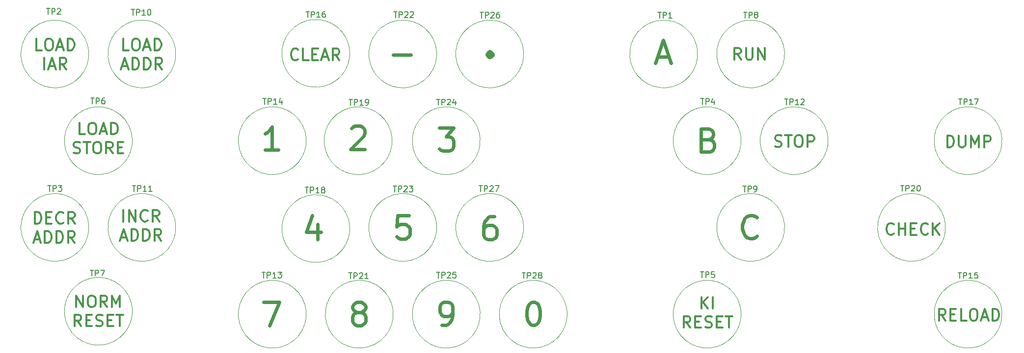
<source format=gbr>
G04 #@! TF.GenerationSoftware,KiCad,Pcbnew,5.1.5+dfsg1-2build2*
G04 #@! TF.CreationDate,2024-05-29T18:28:51+01:00*
G04 #@! TF.ProjectId,qt_touch1,71745f74-6f75-4636-9831-2e6b69636164,rev?*
G04 #@! TF.SameCoordinates,Original*
G04 #@! TF.FileFunction,Legend,Top*
G04 #@! TF.FilePolarity,Positive*
%FSLAX46Y46*%
G04 Gerber Fmt 4.6, Leading zero omitted, Abs format (unit mm)*
G04 Created by KiCad (PCBNEW 5.1.5+dfsg1-2build2) date 2024-05-29 18:28:51*
%MOMM*%
%LPD*%
G04 APERTURE LIST*
%ADD10C,0.300000*%
%ADD11C,0.600000*%
%ADD12C,1.000000*%
%ADD13C,0.120000*%
%ADD14C,0.150000*%
G04 APERTURE END LIST*
D10*
X212500000Y-108779761D02*
X211833333Y-107827380D01*
X211357142Y-108779761D02*
X211357142Y-106779761D01*
X212119047Y-106779761D01*
X212309523Y-106875000D01*
X212404761Y-106970238D01*
X212500000Y-107160714D01*
X212500000Y-107446428D01*
X212404761Y-107636904D01*
X212309523Y-107732142D01*
X212119047Y-107827380D01*
X211357142Y-107827380D01*
X213357142Y-107732142D02*
X214023809Y-107732142D01*
X214309523Y-108779761D02*
X213357142Y-108779761D01*
X213357142Y-106779761D01*
X214309523Y-106779761D01*
X216119047Y-108779761D02*
X215166666Y-108779761D01*
X215166666Y-106779761D01*
X217166666Y-106779761D02*
X217547619Y-106779761D01*
X217738095Y-106875000D01*
X217928571Y-107065476D01*
X218023809Y-107446428D01*
X218023809Y-108113095D01*
X217928571Y-108494047D01*
X217738095Y-108684523D01*
X217547619Y-108779761D01*
X217166666Y-108779761D01*
X216976190Y-108684523D01*
X216785714Y-108494047D01*
X216690476Y-108113095D01*
X216690476Y-107446428D01*
X216785714Y-107065476D01*
X216976190Y-106875000D01*
X217166666Y-106779761D01*
X218785714Y-108208333D02*
X219738095Y-108208333D01*
X218595238Y-108779761D02*
X219261904Y-106779761D01*
X219928571Y-108779761D01*
X220595238Y-108779761D02*
X220595238Y-106779761D01*
X221071428Y-106779761D01*
X221357142Y-106875000D01*
X221547619Y-107065476D01*
X221642857Y-107255952D01*
X221738095Y-107636904D01*
X221738095Y-107922619D01*
X221642857Y-108303571D01*
X221547619Y-108494047D01*
X221357142Y-108684523D01*
X221071428Y-108779761D01*
X220595238Y-108779761D01*
X170394000Y-106710361D02*
X170394000Y-104710361D01*
X171536857Y-106710361D02*
X170679714Y-105567504D01*
X171536857Y-104710361D02*
X170394000Y-105853219D01*
X172394000Y-106710361D02*
X172394000Y-104710361D01*
X168489238Y-110010361D02*
X167822571Y-109057980D01*
X167346380Y-110010361D02*
X167346380Y-108010361D01*
X168108285Y-108010361D01*
X168298761Y-108105600D01*
X168394000Y-108200838D01*
X168489238Y-108391314D01*
X168489238Y-108677028D01*
X168394000Y-108867504D01*
X168298761Y-108962742D01*
X168108285Y-109057980D01*
X167346380Y-109057980D01*
X169346380Y-108962742D02*
X170013047Y-108962742D01*
X170298761Y-110010361D02*
X169346380Y-110010361D01*
X169346380Y-108010361D01*
X170298761Y-108010361D01*
X171060666Y-109915123D02*
X171346380Y-110010361D01*
X171822571Y-110010361D01*
X172013047Y-109915123D01*
X172108285Y-109819885D01*
X172203523Y-109629409D01*
X172203523Y-109438933D01*
X172108285Y-109248457D01*
X172013047Y-109153219D01*
X171822571Y-109057980D01*
X171441619Y-108962742D01*
X171251142Y-108867504D01*
X171155904Y-108772266D01*
X171060666Y-108581790D01*
X171060666Y-108391314D01*
X171155904Y-108200838D01*
X171251142Y-108105600D01*
X171441619Y-108010361D01*
X171917809Y-108010361D01*
X172203523Y-108105600D01*
X173060666Y-108962742D02*
X173727333Y-108962742D01*
X174013047Y-110010361D02*
X173060666Y-110010361D01*
X173060666Y-108010361D01*
X174013047Y-108010361D01*
X174584476Y-108010361D02*
X175727333Y-108010361D01*
X175155904Y-110010361D02*
X175155904Y-108010361D01*
D11*
X179947295Y-94202971D02*
X179756819Y-94393447D01*
X179185390Y-94583923D01*
X178804438Y-94583923D01*
X178233009Y-94393447D01*
X177852057Y-94012495D01*
X177661580Y-93631542D01*
X177471104Y-92869638D01*
X177471104Y-92298209D01*
X177661580Y-91536304D01*
X177852057Y-91155352D01*
X178233009Y-90774400D01*
X178804438Y-90583923D01*
X179185390Y-90583923D01*
X179756819Y-90774400D01*
X179947295Y-90964876D01*
D10*
X183100647Y-78648723D02*
X183386361Y-78743961D01*
X183862552Y-78743961D01*
X184053028Y-78648723D01*
X184148266Y-78553485D01*
X184243504Y-78363009D01*
X184243504Y-78172533D01*
X184148266Y-77982057D01*
X184053028Y-77886819D01*
X183862552Y-77791580D01*
X183481600Y-77696342D01*
X183291123Y-77601104D01*
X183195885Y-77505866D01*
X183100647Y-77315390D01*
X183100647Y-77124914D01*
X183195885Y-76934438D01*
X183291123Y-76839200D01*
X183481600Y-76743961D01*
X183957790Y-76743961D01*
X184243504Y-76839200D01*
X184814933Y-76743961D02*
X185957790Y-76743961D01*
X185386361Y-78743961D02*
X185386361Y-76743961D01*
X187005409Y-76743961D02*
X187386361Y-76743961D01*
X187576838Y-76839200D01*
X187767314Y-77029676D01*
X187862552Y-77410628D01*
X187862552Y-78077295D01*
X187767314Y-78458247D01*
X187576838Y-78648723D01*
X187386361Y-78743961D01*
X187005409Y-78743961D01*
X186814933Y-78648723D01*
X186624457Y-78458247D01*
X186529219Y-78077295D01*
X186529219Y-77410628D01*
X186624457Y-77029676D01*
X186814933Y-76839200D01*
X187005409Y-76743961D01*
X188719695Y-78743961D02*
X188719695Y-76743961D01*
X189481600Y-76743961D01*
X189672076Y-76839200D01*
X189767314Y-76934438D01*
X189862552Y-77124914D01*
X189862552Y-77410628D01*
X189767314Y-77601104D01*
X189672076Y-77696342D01*
X189481600Y-77791580D01*
X188719695Y-77791580D01*
D11*
X171679714Y-77502685D02*
X172251142Y-77693161D01*
X172441619Y-77883638D01*
X172632095Y-78264590D01*
X172632095Y-78836019D01*
X172441619Y-79216971D01*
X172251142Y-79407447D01*
X171870190Y-79597923D01*
X170346380Y-79597923D01*
X170346380Y-75597923D01*
X171679714Y-75597923D01*
X172060666Y-75788400D01*
X172251142Y-75978876D01*
X172441619Y-76359828D01*
X172441619Y-76740780D01*
X172251142Y-77121733D01*
X172060666Y-77312209D01*
X171679714Y-77502685D01*
X170346380Y-77502685D01*
X162872419Y-63164266D02*
X164777180Y-63164266D01*
X162491466Y-64307123D02*
X163824800Y-60307123D01*
X165158133Y-64307123D01*
D10*
X177233009Y-63656361D02*
X176566342Y-62703980D01*
X176090152Y-63656361D02*
X176090152Y-61656361D01*
X176852057Y-61656361D01*
X177042533Y-61751600D01*
X177137771Y-61846838D01*
X177233009Y-62037314D01*
X177233009Y-62323028D01*
X177137771Y-62513504D01*
X177042533Y-62608742D01*
X176852057Y-62703980D01*
X176090152Y-62703980D01*
X178090152Y-61656361D02*
X178090152Y-63275409D01*
X178185390Y-63465885D01*
X178280628Y-63561123D01*
X178471104Y-63656361D01*
X178852057Y-63656361D01*
X179042533Y-63561123D01*
X179137771Y-63465885D01*
X179233009Y-63275409D01*
X179233009Y-61656361D01*
X180185390Y-63656361D02*
X180185390Y-61656361D01*
X181328247Y-63656361D01*
X181328247Y-61656361D01*
X212790114Y-78794761D02*
X212790114Y-76794761D01*
X213266304Y-76794761D01*
X213552019Y-76890000D01*
X213742495Y-77080476D01*
X213837733Y-77270952D01*
X213932971Y-77651904D01*
X213932971Y-77937619D01*
X213837733Y-78318571D01*
X213742495Y-78509047D01*
X213552019Y-78699523D01*
X213266304Y-78794761D01*
X212790114Y-78794761D01*
X214790114Y-76794761D02*
X214790114Y-78413809D01*
X214885352Y-78604285D01*
X214980590Y-78699523D01*
X215171066Y-78794761D01*
X215552019Y-78794761D01*
X215742495Y-78699523D01*
X215837733Y-78604285D01*
X215932971Y-78413809D01*
X215932971Y-76794761D01*
X216885352Y-78794761D02*
X216885352Y-76794761D01*
X217552019Y-78223333D01*
X218218685Y-76794761D01*
X218218685Y-78794761D01*
X219171066Y-78794761D02*
X219171066Y-76794761D01*
X219932971Y-76794761D01*
X220123447Y-76890000D01*
X220218685Y-76985238D01*
X220313923Y-77175714D01*
X220313923Y-77461428D01*
X220218685Y-77651904D01*
X220123447Y-77747142D01*
X219932971Y-77842380D01*
X219171066Y-77842380D01*
X203566666Y-93764285D02*
X203471428Y-93859523D01*
X203185714Y-93954761D01*
X202995238Y-93954761D01*
X202709523Y-93859523D01*
X202519047Y-93669047D01*
X202423809Y-93478571D01*
X202328571Y-93097619D01*
X202328571Y-92811904D01*
X202423809Y-92430952D01*
X202519047Y-92240476D01*
X202709523Y-92050000D01*
X202995238Y-91954761D01*
X203185714Y-91954761D01*
X203471428Y-92050000D01*
X203566666Y-92145238D01*
X204423809Y-93954761D02*
X204423809Y-91954761D01*
X204423809Y-92907142D02*
X205566666Y-92907142D01*
X205566666Y-93954761D02*
X205566666Y-91954761D01*
X206519047Y-92907142D02*
X207185714Y-92907142D01*
X207471428Y-93954761D02*
X206519047Y-93954761D01*
X206519047Y-91954761D01*
X207471428Y-91954761D01*
X209471428Y-93764285D02*
X209376190Y-93859523D01*
X209090476Y-93954761D01*
X208900000Y-93954761D01*
X208614285Y-93859523D01*
X208423809Y-93669047D01*
X208328571Y-93478571D01*
X208233333Y-93097619D01*
X208233333Y-92811904D01*
X208328571Y-92430952D01*
X208423809Y-92240476D01*
X208614285Y-92050000D01*
X208900000Y-91954761D01*
X209090476Y-91954761D01*
X209376190Y-92050000D01*
X209471428Y-92145238D01*
X210328571Y-93954761D02*
X210328571Y-91954761D01*
X211471428Y-93954761D02*
X210614285Y-92811904D01*
X211471428Y-91954761D02*
X210328571Y-93097619D01*
D11*
X104185504Y-92120457D02*
X104185504Y-94787123D01*
X103233123Y-90596647D02*
X102280742Y-93453790D01*
X104756933Y-93453790D01*
X119920780Y-90634723D02*
X118016019Y-90634723D01*
X117825542Y-92539485D01*
X118016019Y-92349009D01*
X118396971Y-92158533D01*
X119349352Y-92158533D01*
X119730304Y-92349009D01*
X119920780Y-92539485D01*
X120111257Y-92920438D01*
X120111257Y-93872819D01*
X119920780Y-94253771D01*
X119730304Y-94444247D01*
X119349352Y-94634723D01*
X118396971Y-94634723D01*
X118016019Y-94444247D01*
X117825542Y-94253771D01*
X134716304Y-90787123D02*
X133954400Y-90787123D01*
X133573447Y-90977600D01*
X133382971Y-91168076D01*
X133002019Y-91739504D01*
X132811542Y-92501409D01*
X132811542Y-94025219D01*
X133002019Y-94406171D01*
X133192495Y-94596647D01*
X133573447Y-94787123D01*
X134335352Y-94787123D01*
X134716304Y-94596647D01*
X134906780Y-94406171D01*
X135097257Y-94025219D01*
X135097257Y-93072838D01*
X134906780Y-92691885D01*
X134716304Y-92501409D01*
X134335352Y-92310933D01*
X133573447Y-92310933D01*
X133192495Y-92501409D01*
X133002019Y-92691885D01*
X132811542Y-93072838D01*
X141231523Y-105569923D02*
X141612476Y-105569923D01*
X141993428Y-105760400D01*
X142183904Y-105950876D01*
X142374380Y-106331828D01*
X142564857Y-107093733D01*
X142564857Y-108046114D01*
X142374380Y-108808019D01*
X142183904Y-109188971D01*
X141993428Y-109379447D01*
X141612476Y-109569923D01*
X141231523Y-109569923D01*
X140850571Y-109379447D01*
X140660095Y-109188971D01*
X140469619Y-108808019D01*
X140279142Y-108046114D01*
X140279142Y-107093733D01*
X140469619Y-106331828D01*
X140660095Y-105950876D01*
X140850571Y-105760400D01*
X141231523Y-105569923D01*
X125623295Y-109569923D02*
X126385200Y-109569923D01*
X126766152Y-109379447D01*
X126956628Y-109188971D01*
X127337580Y-108617542D01*
X127528057Y-107855638D01*
X127528057Y-106331828D01*
X127337580Y-105950876D01*
X127147104Y-105760400D01*
X126766152Y-105569923D01*
X126004247Y-105569923D01*
X125623295Y-105760400D01*
X125432819Y-105950876D01*
X125242342Y-106331828D01*
X125242342Y-107284209D01*
X125432819Y-107665161D01*
X125623295Y-107855638D01*
X126004247Y-108046114D01*
X126766152Y-108046114D01*
X127147104Y-107855638D01*
X127337580Y-107665161D01*
X127528057Y-107284209D01*
X110967447Y-107335009D02*
X110586495Y-107144533D01*
X110396019Y-106954057D01*
X110205542Y-106573104D01*
X110205542Y-106382628D01*
X110396019Y-106001676D01*
X110586495Y-105811200D01*
X110967447Y-105620723D01*
X111729352Y-105620723D01*
X112110304Y-105811200D01*
X112300780Y-106001676D01*
X112491257Y-106382628D01*
X112491257Y-106573104D01*
X112300780Y-106954057D01*
X112110304Y-107144533D01*
X111729352Y-107335009D01*
X110967447Y-107335009D01*
X110586495Y-107525485D01*
X110396019Y-107715961D01*
X110205542Y-108096914D01*
X110205542Y-108858819D01*
X110396019Y-109239771D01*
X110586495Y-109430247D01*
X110967447Y-109620723D01*
X111729352Y-109620723D01*
X112110304Y-109430247D01*
X112300780Y-109239771D01*
X112491257Y-108858819D01*
X112491257Y-108096914D01*
X112300780Y-107715961D01*
X112110304Y-107525485D01*
X111729352Y-107335009D01*
X94927466Y-105620723D02*
X97594133Y-105620723D01*
X95879847Y-109620723D01*
X97454457Y-79293123D02*
X95168742Y-79293123D01*
X96311600Y-79293123D02*
X96311600Y-75293123D01*
X95930647Y-75864552D01*
X95549695Y-76245504D01*
X95168742Y-76435980D01*
X110053142Y-75521676D02*
X110243619Y-75331200D01*
X110624571Y-75140723D01*
X111576952Y-75140723D01*
X111957904Y-75331200D01*
X112148380Y-75521676D01*
X112338857Y-75902628D01*
X112338857Y-76283580D01*
X112148380Y-76855009D01*
X109862666Y-79140723D01*
X112338857Y-79140723D01*
X125204266Y-75445523D02*
X127680457Y-75445523D01*
X126347123Y-76969333D01*
X126918552Y-76969333D01*
X127299504Y-77159809D01*
X127489980Y-77350285D01*
X127680457Y-77731238D01*
X127680457Y-78683619D01*
X127489980Y-79064571D01*
X127299504Y-79255047D01*
X126918552Y-79445523D01*
X125775695Y-79445523D01*
X125394742Y-79255047D01*
X125204266Y-79064571D01*
D10*
X70708780Y-91673561D02*
X70708780Y-89673561D01*
X71661161Y-91673561D02*
X71661161Y-89673561D01*
X72804019Y-91673561D01*
X72804019Y-89673561D01*
X74899257Y-91483085D02*
X74804019Y-91578323D01*
X74518304Y-91673561D01*
X74327828Y-91673561D01*
X74042114Y-91578323D01*
X73851638Y-91387847D01*
X73756400Y-91197371D01*
X73661161Y-90816419D01*
X73661161Y-90530704D01*
X73756400Y-90149752D01*
X73851638Y-89959276D01*
X74042114Y-89768800D01*
X74327828Y-89673561D01*
X74518304Y-89673561D01*
X74804019Y-89768800D01*
X74899257Y-89864038D01*
X76899257Y-91673561D02*
X76232590Y-90721180D01*
X75756400Y-91673561D02*
X75756400Y-89673561D01*
X76518304Y-89673561D01*
X76708780Y-89768800D01*
X76804019Y-89864038D01*
X76899257Y-90054514D01*
X76899257Y-90340228D01*
X76804019Y-90530704D01*
X76708780Y-90625942D01*
X76518304Y-90721180D01*
X75756400Y-90721180D01*
X70280209Y-94402133D02*
X71232590Y-94402133D01*
X70089733Y-94973561D02*
X70756400Y-92973561D01*
X71423066Y-94973561D01*
X72089733Y-94973561D02*
X72089733Y-92973561D01*
X72565923Y-92973561D01*
X72851638Y-93068800D01*
X73042114Y-93259276D01*
X73137352Y-93449752D01*
X73232590Y-93830704D01*
X73232590Y-94116419D01*
X73137352Y-94497371D01*
X73042114Y-94687847D01*
X72851638Y-94878323D01*
X72565923Y-94973561D01*
X72089733Y-94973561D01*
X74089733Y-94973561D02*
X74089733Y-92973561D01*
X74565923Y-92973561D01*
X74851638Y-93068800D01*
X75042114Y-93259276D01*
X75137352Y-93449752D01*
X75232590Y-93830704D01*
X75232590Y-94116419D01*
X75137352Y-94497371D01*
X75042114Y-94687847D01*
X74851638Y-94878323D01*
X74565923Y-94973561D01*
X74089733Y-94973561D01*
X77232590Y-94973561D02*
X76565923Y-94021180D01*
X76089733Y-94973561D02*
X76089733Y-92973561D01*
X76851638Y-92973561D01*
X77042114Y-93068800D01*
X77137352Y-93164038D01*
X77232590Y-93354514D01*
X77232590Y-93640228D01*
X77137352Y-93830704D01*
X77042114Y-93925942D01*
X76851638Y-94021180D01*
X76089733Y-94021180D01*
X55392628Y-92029161D02*
X55392628Y-90029161D01*
X55868819Y-90029161D01*
X56154533Y-90124400D01*
X56345009Y-90314876D01*
X56440247Y-90505352D01*
X56535485Y-90886304D01*
X56535485Y-91172019D01*
X56440247Y-91552971D01*
X56345009Y-91743447D01*
X56154533Y-91933923D01*
X55868819Y-92029161D01*
X55392628Y-92029161D01*
X57392628Y-90981542D02*
X58059295Y-90981542D01*
X58345009Y-92029161D02*
X57392628Y-92029161D01*
X57392628Y-90029161D01*
X58345009Y-90029161D01*
X60345009Y-91838685D02*
X60249771Y-91933923D01*
X59964057Y-92029161D01*
X59773580Y-92029161D01*
X59487866Y-91933923D01*
X59297390Y-91743447D01*
X59202152Y-91552971D01*
X59106914Y-91172019D01*
X59106914Y-90886304D01*
X59202152Y-90505352D01*
X59297390Y-90314876D01*
X59487866Y-90124400D01*
X59773580Y-90029161D01*
X59964057Y-90029161D01*
X60249771Y-90124400D01*
X60345009Y-90219638D01*
X62345009Y-92029161D02*
X61678342Y-91076780D01*
X61202152Y-92029161D02*
X61202152Y-90029161D01*
X61964057Y-90029161D01*
X62154533Y-90124400D01*
X62249771Y-90219638D01*
X62345009Y-90410114D01*
X62345009Y-90695828D01*
X62249771Y-90886304D01*
X62154533Y-90981542D01*
X61964057Y-91076780D01*
X61202152Y-91076780D01*
X55345009Y-94757733D02*
X56297390Y-94757733D01*
X55154533Y-95329161D02*
X55821200Y-93329161D01*
X56487866Y-95329161D01*
X57154533Y-95329161D02*
X57154533Y-93329161D01*
X57630723Y-93329161D01*
X57916438Y-93424400D01*
X58106914Y-93614876D01*
X58202152Y-93805352D01*
X58297390Y-94186304D01*
X58297390Y-94472019D01*
X58202152Y-94852971D01*
X58106914Y-95043447D01*
X57916438Y-95233923D01*
X57630723Y-95329161D01*
X57154533Y-95329161D01*
X59154533Y-95329161D02*
X59154533Y-93329161D01*
X59630723Y-93329161D01*
X59916438Y-93424400D01*
X60106914Y-93614876D01*
X60202152Y-93805352D01*
X60297390Y-94186304D01*
X60297390Y-94472019D01*
X60202152Y-94852971D01*
X60106914Y-95043447D01*
X59916438Y-95233923D01*
X59630723Y-95329161D01*
X59154533Y-95329161D01*
X62297390Y-95329161D02*
X61630723Y-94376780D01*
X61154533Y-95329161D02*
X61154533Y-93329161D01*
X61916438Y-93329161D01*
X62106914Y-93424400D01*
X62202152Y-93519638D01*
X62297390Y-93710114D01*
X62297390Y-93995828D01*
X62202152Y-94186304D01*
X62106914Y-94281542D01*
X61916438Y-94376780D01*
X61154533Y-94376780D01*
X64104685Y-76585961D02*
X63152304Y-76585961D01*
X63152304Y-74585961D01*
X65152304Y-74585961D02*
X65533257Y-74585961D01*
X65723733Y-74681200D01*
X65914209Y-74871676D01*
X66009447Y-75252628D01*
X66009447Y-75919295D01*
X65914209Y-76300247D01*
X65723733Y-76490723D01*
X65533257Y-76585961D01*
X65152304Y-76585961D01*
X64961828Y-76490723D01*
X64771352Y-76300247D01*
X64676114Y-75919295D01*
X64676114Y-75252628D01*
X64771352Y-74871676D01*
X64961828Y-74681200D01*
X65152304Y-74585961D01*
X66771352Y-76014533D02*
X67723733Y-76014533D01*
X66580876Y-76585961D02*
X67247542Y-74585961D01*
X67914209Y-76585961D01*
X68580876Y-76585961D02*
X68580876Y-74585961D01*
X69057066Y-74585961D01*
X69342780Y-74681200D01*
X69533257Y-74871676D01*
X69628495Y-75062152D01*
X69723733Y-75443104D01*
X69723733Y-75728819D01*
X69628495Y-76109771D01*
X69533257Y-76300247D01*
X69342780Y-76490723D01*
X69057066Y-76585961D01*
X68580876Y-76585961D01*
X62104685Y-79790723D02*
X62390400Y-79885961D01*
X62866590Y-79885961D01*
X63057066Y-79790723D01*
X63152304Y-79695485D01*
X63247542Y-79505009D01*
X63247542Y-79314533D01*
X63152304Y-79124057D01*
X63057066Y-79028819D01*
X62866590Y-78933580D01*
X62485638Y-78838342D01*
X62295161Y-78743104D01*
X62199923Y-78647866D01*
X62104685Y-78457390D01*
X62104685Y-78266914D01*
X62199923Y-78076438D01*
X62295161Y-77981200D01*
X62485638Y-77885961D01*
X62961828Y-77885961D01*
X63247542Y-77981200D01*
X63818971Y-77885961D02*
X64961828Y-77885961D01*
X64390400Y-79885961D02*
X64390400Y-77885961D01*
X66009447Y-77885961D02*
X66390400Y-77885961D01*
X66580876Y-77981200D01*
X66771352Y-78171676D01*
X66866590Y-78552628D01*
X66866590Y-79219295D01*
X66771352Y-79600247D01*
X66580876Y-79790723D01*
X66390400Y-79885961D01*
X66009447Y-79885961D01*
X65818971Y-79790723D01*
X65628495Y-79600247D01*
X65533257Y-79219295D01*
X65533257Y-78552628D01*
X65628495Y-78171676D01*
X65818971Y-77981200D01*
X66009447Y-77885961D01*
X68866590Y-79885961D02*
X68199923Y-78933580D01*
X67723733Y-79885961D02*
X67723733Y-77885961D01*
X68485638Y-77885961D01*
X68676114Y-77981200D01*
X68771352Y-78076438D01*
X68866590Y-78266914D01*
X68866590Y-78552628D01*
X68771352Y-78743104D01*
X68676114Y-78838342D01*
X68485638Y-78933580D01*
X67723733Y-78933580D01*
X69723733Y-78838342D02*
X70390400Y-78838342D01*
X70676114Y-79885961D02*
X69723733Y-79885961D01*
X69723733Y-77885961D01*
X70676114Y-77885961D01*
X62577695Y-106456361D02*
X62577695Y-104456361D01*
X63720552Y-106456361D01*
X63720552Y-104456361D01*
X65053885Y-104456361D02*
X65434838Y-104456361D01*
X65625314Y-104551600D01*
X65815790Y-104742076D01*
X65911028Y-105123028D01*
X65911028Y-105789695D01*
X65815790Y-106170647D01*
X65625314Y-106361123D01*
X65434838Y-106456361D01*
X65053885Y-106456361D01*
X64863409Y-106361123D01*
X64672933Y-106170647D01*
X64577695Y-105789695D01*
X64577695Y-105123028D01*
X64672933Y-104742076D01*
X64863409Y-104551600D01*
X65053885Y-104456361D01*
X67911028Y-106456361D02*
X67244361Y-105503980D01*
X66768171Y-106456361D02*
X66768171Y-104456361D01*
X67530076Y-104456361D01*
X67720552Y-104551600D01*
X67815790Y-104646838D01*
X67911028Y-104837314D01*
X67911028Y-105123028D01*
X67815790Y-105313504D01*
X67720552Y-105408742D01*
X67530076Y-105503980D01*
X66768171Y-105503980D01*
X68768171Y-106456361D02*
X68768171Y-104456361D01*
X69434838Y-105884933D01*
X70101504Y-104456361D01*
X70101504Y-106456361D01*
X63434838Y-109756361D02*
X62768171Y-108803980D01*
X62291980Y-109756361D02*
X62291980Y-107756361D01*
X63053885Y-107756361D01*
X63244361Y-107851600D01*
X63339600Y-107946838D01*
X63434838Y-108137314D01*
X63434838Y-108423028D01*
X63339600Y-108613504D01*
X63244361Y-108708742D01*
X63053885Y-108803980D01*
X62291980Y-108803980D01*
X64291980Y-108708742D02*
X64958647Y-108708742D01*
X65244361Y-109756361D02*
X64291980Y-109756361D01*
X64291980Y-107756361D01*
X65244361Y-107756361D01*
X66006266Y-109661123D02*
X66291980Y-109756361D01*
X66768171Y-109756361D01*
X66958647Y-109661123D01*
X67053885Y-109565885D01*
X67149123Y-109375409D01*
X67149123Y-109184933D01*
X67053885Y-108994457D01*
X66958647Y-108899219D01*
X66768171Y-108803980D01*
X66387219Y-108708742D01*
X66196742Y-108613504D01*
X66101504Y-108518266D01*
X66006266Y-108327790D01*
X66006266Y-108137314D01*
X66101504Y-107946838D01*
X66196742Y-107851600D01*
X66387219Y-107756361D01*
X66863409Y-107756361D01*
X67149123Y-107851600D01*
X68006266Y-108708742D02*
X68672933Y-108708742D01*
X68958647Y-109756361D02*
X68006266Y-109756361D01*
X68006266Y-107756361D01*
X68958647Y-107756361D01*
X69530076Y-107756361D02*
X70672933Y-107756361D01*
X70101504Y-109756361D02*
X70101504Y-107756361D01*
X71623085Y-62057161D02*
X70670704Y-62057161D01*
X70670704Y-60057161D01*
X72670704Y-60057161D02*
X73051657Y-60057161D01*
X73242133Y-60152400D01*
X73432609Y-60342876D01*
X73527847Y-60723828D01*
X73527847Y-61390495D01*
X73432609Y-61771447D01*
X73242133Y-61961923D01*
X73051657Y-62057161D01*
X72670704Y-62057161D01*
X72480228Y-61961923D01*
X72289752Y-61771447D01*
X72194514Y-61390495D01*
X72194514Y-60723828D01*
X72289752Y-60342876D01*
X72480228Y-60152400D01*
X72670704Y-60057161D01*
X74289752Y-61485733D02*
X75242133Y-61485733D01*
X74099276Y-62057161D02*
X74765942Y-60057161D01*
X75432609Y-62057161D01*
X76099276Y-62057161D02*
X76099276Y-60057161D01*
X76575466Y-60057161D01*
X76861180Y-60152400D01*
X77051657Y-60342876D01*
X77146895Y-60533352D01*
X77242133Y-60914304D01*
X77242133Y-61200019D01*
X77146895Y-61580971D01*
X77051657Y-61771447D01*
X76861180Y-61961923D01*
X76575466Y-62057161D01*
X76099276Y-62057161D01*
X70432609Y-64785733D02*
X71384990Y-64785733D01*
X70242133Y-65357161D02*
X70908800Y-63357161D01*
X71575466Y-65357161D01*
X72242133Y-65357161D02*
X72242133Y-63357161D01*
X72718323Y-63357161D01*
X73004038Y-63452400D01*
X73194514Y-63642876D01*
X73289752Y-63833352D01*
X73384990Y-64214304D01*
X73384990Y-64500019D01*
X73289752Y-64880971D01*
X73194514Y-65071447D01*
X73004038Y-65261923D01*
X72718323Y-65357161D01*
X72242133Y-65357161D01*
X74242133Y-65357161D02*
X74242133Y-63357161D01*
X74718323Y-63357161D01*
X75004038Y-63452400D01*
X75194514Y-63642876D01*
X75289752Y-63833352D01*
X75384990Y-64214304D01*
X75384990Y-64500019D01*
X75289752Y-64880971D01*
X75194514Y-65071447D01*
X75004038Y-65261923D01*
X74718323Y-65357161D01*
X74242133Y-65357161D01*
X77384990Y-65357161D02*
X76718323Y-64404780D01*
X76242133Y-65357161D02*
X76242133Y-63357161D01*
X77004038Y-63357161D01*
X77194514Y-63452400D01*
X77289752Y-63547638D01*
X77384990Y-63738114D01*
X77384990Y-64023828D01*
X77289752Y-64214304D01*
X77194514Y-64309542D01*
X77004038Y-64404780D01*
X76242133Y-64404780D01*
X56637085Y-62057161D02*
X55684704Y-62057161D01*
X55684704Y-60057161D01*
X57684704Y-60057161D02*
X58065657Y-60057161D01*
X58256133Y-60152400D01*
X58446609Y-60342876D01*
X58541847Y-60723828D01*
X58541847Y-61390495D01*
X58446609Y-61771447D01*
X58256133Y-61961923D01*
X58065657Y-62057161D01*
X57684704Y-62057161D01*
X57494228Y-61961923D01*
X57303752Y-61771447D01*
X57208514Y-61390495D01*
X57208514Y-60723828D01*
X57303752Y-60342876D01*
X57494228Y-60152400D01*
X57684704Y-60057161D01*
X59303752Y-61485733D02*
X60256133Y-61485733D01*
X59113276Y-62057161D02*
X59779942Y-60057161D01*
X60446609Y-62057161D01*
X61113276Y-62057161D02*
X61113276Y-60057161D01*
X61589466Y-60057161D01*
X61875180Y-60152400D01*
X62065657Y-60342876D01*
X62160895Y-60533352D01*
X62256133Y-60914304D01*
X62256133Y-61200019D01*
X62160895Y-61580971D01*
X62065657Y-61771447D01*
X61875180Y-61961923D01*
X61589466Y-62057161D01*
X61113276Y-62057161D01*
X57065657Y-65357161D02*
X57065657Y-63357161D01*
X57922800Y-64785733D02*
X58875180Y-64785733D01*
X57732323Y-65357161D02*
X58398990Y-63357161D01*
X59065657Y-65357161D01*
X60875180Y-65357161D02*
X60208514Y-64404780D01*
X59732323Y-65357161D02*
X59732323Y-63357161D01*
X60494228Y-63357161D01*
X60684704Y-63452400D01*
X60779942Y-63547638D01*
X60875180Y-63738114D01*
X60875180Y-64023828D01*
X60779942Y-64214304D01*
X60684704Y-64309542D01*
X60494228Y-64404780D01*
X59732323Y-64404780D01*
X100826819Y-63567485D02*
X100731580Y-63662723D01*
X100445866Y-63757961D01*
X100255390Y-63757961D01*
X99969676Y-63662723D01*
X99779200Y-63472247D01*
X99683961Y-63281771D01*
X99588723Y-62900819D01*
X99588723Y-62615104D01*
X99683961Y-62234152D01*
X99779200Y-62043676D01*
X99969676Y-61853200D01*
X100255390Y-61757961D01*
X100445866Y-61757961D01*
X100731580Y-61853200D01*
X100826819Y-61948438D01*
X102636342Y-63757961D02*
X101683961Y-63757961D01*
X101683961Y-61757961D01*
X103303009Y-62710342D02*
X103969676Y-62710342D01*
X104255390Y-63757961D02*
X103303009Y-63757961D01*
X103303009Y-61757961D01*
X104255390Y-61757961D01*
X105017295Y-63186533D02*
X105969676Y-63186533D01*
X104826819Y-63757961D02*
X105493485Y-61757961D01*
X106160152Y-63757961D01*
X107969676Y-63757961D02*
X107303009Y-62805580D01*
X106826819Y-63757961D02*
X106826819Y-61757961D01*
X107588723Y-61757961D01*
X107779200Y-61853200D01*
X107874438Y-61948438D01*
X107969676Y-62138914D01*
X107969676Y-62424628D01*
X107874438Y-62615104D01*
X107779200Y-62710342D01*
X107588723Y-62805580D01*
X106826819Y-62805580D01*
D11*
X117241390Y-62834114D02*
X120289009Y-62834114D01*
D12*
X133954400Y-62506857D02*
X134240114Y-62792571D01*
X133954400Y-63078285D01*
X133668685Y-62792571D01*
X133954400Y-62506857D01*
X133954400Y-63078285D01*
D13*
X146600000Y-105000001D02*
G75*
G02X146590393Y-104981416I-5209606J-2681414D01*
G01*
X139100000Y-90000001D02*
G75*
G02X139090393Y-89981416I-5209606J-2681414D01*
G01*
X139100000Y-60000001D02*
G75*
G02X139090393Y-59981416I-5209606J-2681414D01*
G01*
X131600000Y-105000001D02*
G75*
G02X131590393Y-104981416I-5209606J-2681414D01*
G01*
X131600000Y-75000001D02*
G75*
G02X131590393Y-74981416I-5209606J-2681414D01*
G01*
X124100000Y-90000001D02*
G75*
G02X124090393Y-89981416I-5209606J-2681414D01*
G01*
X124100000Y-60000001D02*
G75*
G02X124090393Y-59981416I-5209606J-2681414D01*
G01*
X116600000Y-105000001D02*
G75*
G02X116590393Y-104981416I-5209606J-2681414D01*
G01*
X211850000Y-90000001D02*
G75*
G02X211840393Y-89981416I-5209606J-2681414D01*
G01*
X116400000Y-75000001D02*
G75*
G02X116390393Y-74981416I-5209606J-2681414D01*
G01*
X109100000Y-90200001D02*
G75*
G02X109090393Y-90181416I-5209606J-2681414D01*
G01*
X221600000Y-75000001D02*
G75*
G02X221590393Y-74981416I-5209606J-2681414D01*
G01*
X109100000Y-59900001D02*
G75*
G02X109090393Y-59881416I-5209606J-2681414D01*
G01*
X221600000Y-105000001D02*
G75*
G02X221590393Y-104981416I-5209606J-2681414D01*
G01*
X101600000Y-75000001D02*
G75*
G02X101590393Y-74981416I-5209606J-2681414D01*
G01*
X101600000Y-105000001D02*
G75*
G02X101590393Y-104981416I-5209606J-2681414D01*
G01*
X191600000Y-75000001D02*
G75*
G02X191590393Y-74981416I-5209606J-2681414D01*
G01*
X79100000Y-90000001D02*
G75*
G02X79090393Y-89981416I-5209606J-2681414D01*
G01*
X79100000Y-60000001D02*
G75*
G02X79090393Y-59981416I-5209606J-2681414D01*
G01*
X184100000Y-90000001D02*
G75*
G02X184090393Y-89981416I-5209606J-2681414D01*
G01*
X184100000Y-60000001D02*
G75*
G02X184090393Y-59981416I-5209606J-2681414D01*
G01*
X71600000Y-104500001D02*
G75*
G02X71590393Y-104481416I-5209606J-2681414D01*
G01*
X71600000Y-75000001D02*
G75*
G02X71590393Y-74981416I-5209606J-2681414D01*
G01*
X176600000Y-105000001D02*
G75*
G02X176590393Y-104981416I-5209606J-2681414D01*
G01*
X176600000Y-75000001D02*
G75*
G02X176590393Y-74981416I-5209606J-2681414D01*
G01*
X64100000Y-90000001D02*
G75*
G02X64090393Y-89981416I-5209606J-2681414D01*
G01*
X64100000Y-60000001D02*
G75*
G02X64090393Y-59981416I-5209606J-2681414D01*
G01*
X169100000Y-60000001D02*
G75*
G02X169090393Y-59981416I-5209606J-2681414D01*
G01*
D14*
X139486904Y-100477380D02*
X140058333Y-100477380D01*
X139772619Y-101477380D02*
X139772619Y-100477380D01*
X140391666Y-101477380D02*
X140391666Y-100477380D01*
X140772619Y-100477380D01*
X140867857Y-100525000D01*
X140915476Y-100572619D01*
X140963095Y-100667857D01*
X140963095Y-100810714D01*
X140915476Y-100905952D01*
X140867857Y-100953571D01*
X140772619Y-101001190D01*
X140391666Y-101001190D01*
X141344047Y-100572619D02*
X141391666Y-100525000D01*
X141486904Y-100477380D01*
X141725000Y-100477380D01*
X141820238Y-100525000D01*
X141867857Y-100572619D01*
X141915476Y-100667857D01*
X141915476Y-100763095D01*
X141867857Y-100905952D01*
X141296428Y-101477380D01*
X141915476Y-101477380D01*
X142486904Y-100905952D02*
X142391666Y-100858333D01*
X142344047Y-100810714D01*
X142296428Y-100715476D01*
X142296428Y-100667857D01*
X142344047Y-100572619D01*
X142391666Y-100525000D01*
X142486904Y-100477380D01*
X142677380Y-100477380D01*
X142772619Y-100525000D01*
X142820238Y-100572619D01*
X142867857Y-100667857D01*
X142867857Y-100715476D01*
X142820238Y-100810714D01*
X142772619Y-100858333D01*
X142677380Y-100905952D01*
X142486904Y-100905952D01*
X142391666Y-100953571D01*
X142344047Y-101001190D01*
X142296428Y-101096428D01*
X142296428Y-101286904D01*
X142344047Y-101382142D01*
X142391666Y-101429761D01*
X142486904Y-101477380D01*
X142677380Y-101477380D01*
X142772619Y-101429761D01*
X142820238Y-101382142D01*
X142867857Y-101286904D01*
X142867857Y-101096428D01*
X142820238Y-101001190D01*
X142772619Y-100953571D01*
X142677380Y-100905952D01*
X132061904Y-85477380D02*
X132633333Y-85477380D01*
X132347619Y-86477380D02*
X132347619Y-85477380D01*
X132966666Y-86477380D02*
X132966666Y-85477380D01*
X133347619Y-85477380D01*
X133442857Y-85525000D01*
X133490476Y-85572619D01*
X133538095Y-85667857D01*
X133538095Y-85810714D01*
X133490476Y-85905952D01*
X133442857Y-85953571D01*
X133347619Y-86001190D01*
X132966666Y-86001190D01*
X133919047Y-85572619D02*
X133966666Y-85525000D01*
X134061904Y-85477380D01*
X134300000Y-85477380D01*
X134395238Y-85525000D01*
X134442857Y-85572619D01*
X134490476Y-85667857D01*
X134490476Y-85763095D01*
X134442857Y-85905952D01*
X133871428Y-86477380D01*
X134490476Y-86477380D01*
X134823809Y-85477380D02*
X135490476Y-85477380D01*
X135061904Y-86477380D01*
X132236904Y-55452380D02*
X132808333Y-55452380D01*
X132522619Y-56452380D02*
X132522619Y-55452380D01*
X133141666Y-56452380D02*
X133141666Y-55452380D01*
X133522619Y-55452380D01*
X133617857Y-55500000D01*
X133665476Y-55547619D01*
X133713095Y-55642857D01*
X133713095Y-55785714D01*
X133665476Y-55880952D01*
X133617857Y-55928571D01*
X133522619Y-55976190D01*
X133141666Y-55976190D01*
X134094047Y-55547619D02*
X134141666Y-55500000D01*
X134236904Y-55452380D01*
X134475000Y-55452380D01*
X134570238Y-55500000D01*
X134617857Y-55547619D01*
X134665476Y-55642857D01*
X134665476Y-55738095D01*
X134617857Y-55880952D01*
X134046428Y-56452380D01*
X134665476Y-56452380D01*
X135522619Y-55452380D02*
X135332142Y-55452380D01*
X135236904Y-55500000D01*
X135189285Y-55547619D01*
X135094047Y-55690476D01*
X135046428Y-55880952D01*
X135046428Y-56261904D01*
X135094047Y-56357142D01*
X135141666Y-56404761D01*
X135236904Y-56452380D01*
X135427380Y-56452380D01*
X135522619Y-56404761D01*
X135570238Y-56357142D01*
X135617857Y-56261904D01*
X135617857Y-56023809D01*
X135570238Y-55928571D01*
X135522619Y-55880952D01*
X135427380Y-55833333D01*
X135236904Y-55833333D01*
X135141666Y-55880952D01*
X135094047Y-55928571D01*
X135046428Y-56023809D01*
X124711904Y-100402380D02*
X125283333Y-100402380D01*
X124997619Y-101402380D02*
X124997619Y-100402380D01*
X125616666Y-101402380D02*
X125616666Y-100402380D01*
X125997619Y-100402380D01*
X126092857Y-100450000D01*
X126140476Y-100497619D01*
X126188095Y-100592857D01*
X126188095Y-100735714D01*
X126140476Y-100830952D01*
X126092857Y-100878571D01*
X125997619Y-100926190D01*
X125616666Y-100926190D01*
X126569047Y-100497619D02*
X126616666Y-100450000D01*
X126711904Y-100402380D01*
X126950000Y-100402380D01*
X127045238Y-100450000D01*
X127092857Y-100497619D01*
X127140476Y-100592857D01*
X127140476Y-100688095D01*
X127092857Y-100830952D01*
X126521428Y-101402380D01*
X127140476Y-101402380D01*
X128045238Y-100402380D02*
X127569047Y-100402380D01*
X127521428Y-100878571D01*
X127569047Y-100830952D01*
X127664285Y-100783333D01*
X127902380Y-100783333D01*
X127997619Y-100830952D01*
X128045238Y-100878571D01*
X128092857Y-100973809D01*
X128092857Y-101211904D01*
X128045238Y-101307142D01*
X127997619Y-101354761D01*
X127902380Y-101402380D01*
X127664285Y-101402380D01*
X127569047Y-101354761D01*
X127521428Y-101307142D01*
X124711904Y-70502380D02*
X125283333Y-70502380D01*
X124997619Y-71502380D02*
X124997619Y-70502380D01*
X125616666Y-71502380D02*
X125616666Y-70502380D01*
X125997619Y-70502380D01*
X126092857Y-70550000D01*
X126140476Y-70597619D01*
X126188095Y-70692857D01*
X126188095Y-70835714D01*
X126140476Y-70930952D01*
X126092857Y-70978571D01*
X125997619Y-71026190D01*
X125616666Y-71026190D01*
X126569047Y-70597619D02*
X126616666Y-70550000D01*
X126711904Y-70502380D01*
X126950000Y-70502380D01*
X127045238Y-70550000D01*
X127092857Y-70597619D01*
X127140476Y-70692857D01*
X127140476Y-70788095D01*
X127092857Y-70930952D01*
X126521428Y-71502380D01*
X127140476Y-71502380D01*
X127997619Y-70835714D02*
X127997619Y-71502380D01*
X127759523Y-70454761D02*
X127521428Y-71169047D01*
X128140476Y-71169047D01*
X117236904Y-85502380D02*
X117808333Y-85502380D01*
X117522619Y-86502380D02*
X117522619Y-85502380D01*
X118141666Y-86502380D02*
X118141666Y-85502380D01*
X118522619Y-85502380D01*
X118617857Y-85550000D01*
X118665476Y-85597619D01*
X118713095Y-85692857D01*
X118713095Y-85835714D01*
X118665476Y-85930952D01*
X118617857Y-85978571D01*
X118522619Y-86026190D01*
X118141666Y-86026190D01*
X119094047Y-85597619D02*
X119141666Y-85550000D01*
X119236904Y-85502380D01*
X119475000Y-85502380D01*
X119570238Y-85550000D01*
X119617857Y-85597619D01*
X119665476Y-85692857D01*
X119665476Y-85788095D01*
X119617857Y-85930952D01*
X119046428Y-86502380D01*
X119665476Y-86502380D01*
X119998809Y-85502380D02*
X120617857Y-85502380D01*
X120284523Y-85883333D01*
X120427380Y-85883333D01*
X120522619Y-85930952D01*
X120570238Y-85978571D01*
X120617857Y-86073809D01*
X120617857Y-86311904D01*
X120570238Y-86407142D01*
X120522619Y-86454761D01*
X120427380Y-86502380D01*
X120141666Y-86502380D01*
X120046428Y-86454761D01*
X119998809Y-86407142D01*
X117361904Y-55377380D02*
X117933333Y-55377380D01*
X117647619Y-56377380D02*
X117647619Y-55377380D01*
X118266666Y-56377380D02*
X118266666Y-55377380D01*
X118647619Y-55377380D01*
X118742857Y-55425000D01*
X118790476Y-55472619D01*
X118838095Y-55567857D01*
X118838095Y-55710714D01*
X118790476Y-55805952D01*
X118742857Y-55853571D01*
X118647619Y-55901190D01*
X118266666Y-55901190D01*
X119219047Y-55472619D02*
X119266666Y-55425000D01*
X119361904Y-55377380D01*
X119600000Y-55377380D01*
X119695238Y-55425000D01*
X119742857Y-55472619D01*
X119790476Y-55567857D01*
X119790476Y-55663095D01*
X119742857Y-55805952D01*
X119171428Y-56377380D01*
X119790476Y-56377380D01*
X120171428Y-55472619D02*
X120219047Y-55425000D01*
X120314285Y-55377380D01*
X120552380Y-55377380D01*
X120647619Y-55425000D01*
X120695238Y-55472619D01*
X120742857Y-55567857D01*
X120742857Y-55663095D01*
X120695238Y-55805952D01*
X120123809Y-56377380D01*
X120742857Y-56377380D01*
X109561904Y-100552380D02*
X110133333Y-100552380D01*
X109847619Y-101552380D02*
X109847619Y-100552380D01*
X110466666Y-101552380D02*
X110466666Y-100552380D01*
X110847619Y-100552380D01*
X110942857Y-100600000D01*
X110990476Y-100647619D01*
X111038095Y-100742857D01*
X111038095Y-100885714D01*
X110990476Y-100980952D01*
X110942857Y-101028571D01*
X110847619Y-101076190D01*
X110466666Y-101076190D01*
X111419047Y-100647619D02*
X111466666Y-100600000D01*
X111561904Y-100552380D01*
X111800000Y-100552380D01*
X111895238Y-100600000D01*
X111942857Y-100647619D01*
X111990476Y-100742857D01*
X111990476Y-100838095D01*
X111942857Y-100980952D01*
X111371428Y-101552380D01*
X111990476Y-101552380D01*
X112942857Y-101552380D02*
X112371428Y-101552380D01*
X112657142Y-101552380D02*
X112657142Y-100552380D01*
X112561904Y-100695238D01*
X112466666Y-100790476D01*
X112371428Y-100838095D01*
X204761904Y-85402380D02*
X205333333Y-85402380D01*
X205047619Y-86402380D02*
X205047619Y-85402380D01*
X205666666Y-86402380D02*
X205666666Y-85402380D01*
X206047619Y-85402380D01*
X206142857Y-85450000D01*
X206190476Y-85497619D01*
X206238095Y-85592857D01*
X206238095Y-85735714D01*
X206190476Y-85830952D01*
X206142857Y-85878571D01*
X206047619Y-85926190D01*
X205666666Y-85926190D01*
X206619047Y-85497619D02*
X206666666Y-85450000D01*
X206761904Y-85402380D01*
X207000000Y-85402380D01*
X207095238Y-85450000D01*
X207142857Y-85497619D01*
X207190476Y-85592857D01*
X207190476Y-85688095D01*
X207142857Y-85830952D01*
X206571428Y-86402380D01*
X207190476Y-86402380D01*
X207809523Y-85402380D02*
X207904761Y-85402380D01*
X208000000Y-85450000D01*
X208047619Y-85497619D01*
X208095238Y-85592857D01*
X208142857Y-85783333D01*
X208142857Y-86021428D01*
X208095238Y-86211904D01*
X208047619Y-86307142D01*
X208000000Y-86354761D01*
X207904761Y-86402380D01*
X207809523Y-86402380D01*
X207714285Y-86354761D01*
X207666666Y-86307142D01*
X207619047Y-86211904D01*
X207571428Y-86021428D01*
X207571428Y-85783333D01*
X207619047Y-85592857D01*
X207666666Y-85497619D01*
X207714285Y-85450000D01*
X207809523Y-85402380D01*
X109611904Y-70527380D02*
X110183333Y-70527380D01*
X109897619Y-71527380D02*
X109897619Y-70527380D01*
X110516666Y-71527380D02*
X110516666Y-70527380D01*
X110897619Y-70527380D01*
X110992857Y-70575000D01*
X111040476Y-70622619D01*
X111088095Y-70717857D01*
X111088095Y-70860714D01*
X111040476Y-70955952D01*
X110992857Y-71003571D01*
X110897619Y-71051190D01*
X110516666Y-71051190D01*
X112040476Y-71527380D02*
X111469047Y-71527380D01*
X111754761Y-71527380D02*
X111754761Y-70527380D01*
X111659523Y-70670238D01*
X111564285Y-70765476D01*
X111469047Y-70813095D01*
X112516666Y-71527380D02*
X112707142Y-71527380D01*
X112802380Y-71479761D01*
X112850000Y-71432142D01*
X112945238Y-71289285D01*
X112992857Y-71098809D01*
X112992857Y-70717857D01*
X112945238Y-70622619D01*
X112897619Y-70575000D01*
X112802380Y-70527380D01*
X112611904Y-70527380D01*
X112516666Y-70575000D01*
X112469047Y-70622619D01*
X112421428Y-70717857D01*
X112421428Y-70955952D01*
X112469047Y-71051190D01*
X112516666Y-71098809D01*
X112611904Y-71146428D01*
X112802380Y-71146428D01*
X112897619Y-71098809D01*
X112945238Y-71051190D01*
X112992857Y-70955952D01*
X102061904Y-85727380D02*
X102633333Y-85727380D01*
X102347619Y-86727380D02*
X102347619Y-85727380D01*
X102966666Y-86727380D02*
X102966666Y-85727380D01*
X103347619Y-85727380D01*
X103442857Y-85775000D01*
X103490476Y-85822619D01*
X103538095Y-85917857D01*
X103538095Y-86060714D01*
X103490476Y-86155952D01*
X103442857Y-86203571D01*
X103347619Y-86251190D01*
X102966666Y-86251190D01*
X104490476Y-86727380D02*
X103919047Y-86727380D01*
X104204761Y-86727380D02*
X104204761Y-85727380D01*
X104109523Y-85870238D01*
X104014285Y-85965476D01*
X103919047Y-86013095D01*
X105061904Y-86155952D02*
X104966666Y-86108333D01*
X104919047Y-86060714D01*
X104871428Y-85965476D01*
X104871428Y-85917857D01*
X104919047Y-85822619D01*
X104966666Y-85775000D01*
X105061904Y-85727380D01*
X105252380Y-85727380D01*
X105347619Y-85775000D01*
X105395238Y-85822619D01*
X105442857Y-85917857D01*
X105442857Y-85965476D01*
X105395238Y-86060714D01*
X105347619Y-86108333D01*
X105252380Y-86155952D01*
X105061904Y-86155952D01*
X104966666Y-86203571D01*
X104919047Y-86251190D01*
X104871428Y-86346428D01*
X104871428Y-86536904D01*
X104919047Y-86632142D01*
X104966666Y-86679761D01*
X105061904Y-86727380D01*
X105252380Y-86727380D01*
X105347619Y-86679761D01*
X105395238Y-86632142D01*
X105442857Y-86536904D01*
X105442857Y-86346428D01*
X105395238Y-86251190D01*
X105347619Y-86203571D01*
X105252380Y-86155952D01*
X214761904Y-70427380D02*
X215333333Y-70427380D01*
X215047619Y-71427380D02*
X215047619Y-70427380D01*
X215666666Y-71427380D02*
X215666666Y-70427380D01*
X216047619Y-70427380D01*
X216142857Y-70475000D01*
X216190476Y-70522619D01*
X216238095Y-70617857D01*
X216238095Y-70760714D01*
X216190476Y-70855952D01*
X216142857Y-70903571D01*
X216047619Y-70951190D01*
X215666666Y-70951190D01*
X217190476Y-71427380D02*
X216619047Y-71427380D01*
X216904761Y-71427380D02*
X216904761Y-70427380D01*
X216809523Y-70570238D01*
X216714285Y-70665476D01*
X216619047Y-70713095D01*
X217523809Y-70427380D02*
X218190476Y-70427380D01*
X217761904Y-71427380D01*
X102186904Y-55352380D02*
X102758333Y-55352380D01*
X102472619Y-56352380D02*
X102472619Y-55352380D01*
X103091666Y-56352380D02*
X103091666Y-55352380D01*
X103472619Y-55352380D01*
X103567857Y-55400000D01*
X103615476Y-55447619D01*
X103663095Y-55542857D01*
X103663095Y-55685714D01*
X103615476Y-55780952D01*
X103567857Y-55828571D01*
X103472619Y-55876190D01*
X103091666Y-55876190D01*
X104615476Y-56352380D02*
X104044047Y-56352380D01*
X104329761Y-56352380D02*
X104329761Y-55352380D01*
X104234523Y-55495238D01*
X104139285Y-55590476D01*
X104044047Y-55638095D01*
X105472619Y-55352380D02*
X105282142Y-55352380D01*
X105186904Y-55400000D01*
X105139285Y-55447619D01*
X105044047Y-55590476D01*
X104996428Y-55780952D01*
X104996428Y-56161904D01*
X105044047Y-56257142D01*
X105091666Y-56304761D01*
X105186904Y-56352380D01*
X105377380Y-56352380D01*
X105472619Y-56304761D01*
X105520238Y-56257142D01*
X105567857Y-56161904D01*
X105567857Y-55923809D01*
X105520238Y-55828571D01*
X105472619Y-55780952D01*
X105377380Y-55733333D01*
X105186904Y-55733333D01*
X105091666Y-55780952D01*
X105044047Y-55828571D01*
X104996428Y-55923809D01*
X214686904Y-100477380D02*
X215258333Y-100477380D01*
X214972619Y-101477380D02*
X214972619Y-100477380D01*
X215591666Y-101477380D02*
X215591666Y-100477380D01*
X215972619Y-100477380D01*
X216067857Y-100525000D01*
X216115476Y-100572619D01*
X216163095Y-100667857D01*
X216163095Y-100810714D01*
X216115476Y-100905952D01*
X216067857Y-100953571D01*
X215972619Y-101001190D01*
X215591666Y-101001190D01*
X217115476Y-101477380D02*
X216544047Y-101477380D01*
X216829761Y-101477380D02*
X216829761Y-100477380D01*
X216734523Y-100620238D01*
X216639285Y-100715476D01*
X216544047Y-100763095D01*
X218020238Y-100477380D02*
X217544047Y-100477380D01*
X217496428Y-100953571D01*
X217544047Y-100905952D01*
X217639285Y-100858333D01*
X217877380Y-100858333D01*
X217972619Y-100905952D01*
X218020238Y-100953571D01*
X218067857Y-101048809D01*
X218067857Y-101286904D01*
X218020238Y-101382142D01*
X217972619Y-101429761D01*
X217877380Y-101477380D01*
X217639285Y-101477380D01*
X217544047Y-101429761D01*
X217496428Y-101382142D01*
X94761904Y-70352380D02*
X95333333Y-70352380D01*
X95047619Y-71352380D02*
X95047619Y-70352380D01*
X95666666Y-71352380D02*
X95666666Y-70352380D01*
X96047619Y-70352380D01*
X96142857Y-70400000D01*
X96190476Y-70447619D01*
X96238095Y-70542857D01*
X96238095Y-70685714D01*
X96190476Y-70780952D01*
X96142857Y-70828571D01*
X96047619Y-70876190D01*
X95666666Y-70876190D01*
X97190476Y-71352380D02*
X96619047Y-71352380D01*
X96904761Y-71352380D02*
X96904761Y-70352380D01*
X96809523Y-70495238D01*
X96714285Y-70590476D01*
X96619047Y-70638095D01*
X98047619Y-70685714D02*
X98047619Y-71352380D01*
X97809523Y-70304761D02*
X97571428Y-71019047D01*
X98190476Y-71019047D01*
X94611904Y-100402380D02*
X95183333Y-100402380D01*
X94897619Y-101402380D02*
X94897619Y-100402380D01*
X95516666Y-101402380D02*
X95516666Y-100402380D01*
X95897619Y-100402380D01*
X95992857Y-100450000D01*
X96040476Y-100497619D01*
X96088095Y-100592857D01*
X96088095Y-100735714D01*
X96040476Y-100830952D01*
X95992857Y-100878571D01*
X95897619Y-100926190D01*
X95516666Y-100926190D01*
X97040476Y-101402380D02*
X96469047Y-101402380D01*
X96754761Y-101402380D02*
X96754761Y-100402380D01*
X96659523Y-100545238D01*
X96564285Y-100640476D01*
X96469047Y-100688095D01*
X97373809Y-100402380D02*
X97992857Y-100402380D01*
X97659523Y-100783333D01*
X97802380Y-100783333D01*
X97897619Y-100830952D01*
X97945238Y-100878571D01*
X97992857Y-100973809D01*
X97992857Y-101211904D01*
X97945238Y-101307142D01*
X97897619Y-101354761D01*
X97802380Y-101402380D01*
X97516666Y-101402380D01*
X97421428Y-101354761D01*
X97373809Y-101307142D01*
X184761904Y-70452380D02*
X185333333Y-70452380D01*
X185047619Y-71452380D02*
X185047619Y-70452380D01*
X185666666Y-71452380D02*
X185666666Y-70452380D01*
X186047619Y-70452380D01*
X186142857Y-70500000D01*
X186190476Y-70547619D01*
X186238095Y-70642857D01*
X186238095Y-70785714D01*
X186190476Y-70880952D01*
X186142857Y-70928571D01*
X186047619Y-70976190D01*
X185666666Y-70976190D01*
X187190476Y-71452380D02*
X186619047Y-71452380D01*
X186904761Y-71452380D02*
X186904761Y-70452380D01*
X186809523Y-70595238D01*
X186714285Y-70690476D01*
X186619047Y-70738095D01*
X187571428Y-70547619D02*
X187619047Y-70500000D01*
X187714285Y-70452380D01*
X187952380Y-70452380D01*
X188047619Y-70500000D01*
X188095238Y-70547619D01*
X188142857Y-70642857D01*
X188142857Y-70738095D01*
X188095238Y-70880952D01*
X187523809Y-71452380D01*
X188142857Y-71452380D01*
X72261904Y-85427380D02*
X72833333Y-85427380D01*
X72547619Y-86427380D02*
X72547619Y-85427380D01*
X73166666Y-86427380D02*
X73166666Y-85427380D01*
X73547619Y-85427380D01*
X73642857Y-85475000D01*
X73690476Y-85522619D01*
X73738095Y-85617857D01*
X73738095Y-85760714D01*
X73690476Y-85855952D01*
X73642857Y-85903571D01*
X73547619Y-85951190D01*
X73166666Y-85951190D01*
X74690476Y-86427380D02*
X74119047Y-86427380D01*
X74404761Y-86427380D02*
X74404761Y-85427380D01*
X74309523Y-85570238D01*
X74214285Y-85665476D01*
X74119047Y-85713095D01*
X75642857Y-86427380D02*
X75071428Y-86427380D01*
X75357142Y-86427380D02*
X75357142Y-85427380D01*
X75261904Y-85570238D01*
X75166666Y-85665476D01*
X75071428Y-85713095D01*
X72061904Y-54977380D02*
X72633333Y-54977380D01*
X72347619Y-55977380D02*
X72347619Y-54977380D01*
X72966666Y-55977380D02*
X72966666Y-54977380D01*
X73347619Y-54977380D01*
X73442857Y-55025000D01*
X73490476Y-55072619D01*
X73538095Y-55167857D01*
X73538095Y-55310714D01*
X73490476Y-55405952D01*
X73442857Y-55453571D01*
X73347619Y-55501190D01*
X72966666Y-55501190D01*
X74490476Y-55977380D02*
X73919047Y-55977380D01*
X74204761Y-55977380D02*
X74204761Y-54977380D01*
X74109523Y-55120238D01*
X74014285Y-55215476D01*
X73919047Y-55263095D01*
X75109523Y-54977380D02*
X75204761Y-54977380D01*
X75300000Y-55025000D01*
X75347619Y-55072619D01*
X75395238Y-55167857D01*
X75442857Y-55358333D01*
X75442857Y-55596428D01*
X75395238Y-55786904D01*
X75347619Y-55882142D01*
X75300000Y-55929761D01*
X75204761Y-55977380D01*
X75109523Y-55977380D01*
X75014285Y-55929761D01*
X74966666Y-55882142D01*
X74919047Y-55786904D01*
X74871428Y-55596428D01*
X74871428Y-55358333D01*
X74919047Y-55167857D01*
X74966666Y-55072619D01*
X75014285Y-55025000D01*
X75109523Y-54977380D01*
X177538095Y-85502380D02*
X178109523Y-85502380D01*
X177823809Y-86502380D02*
X177823809Y-85502380D01*
X178442857Y-86502380D02*
X178442857Y-85502380D01*
X178823809Y-85502380D01*
X178919047Y-85550000D01*
X178966666Y-85597619D01*
X179014285Y-85692857D01*
X179014285Y-85835714D01*
X178966666Y-85930952D01*
X178919047Y-85978571D01*
X178823809Y-86026190D01*
X178442857Y-86026190D01*
X179490476Y-86502380D02*
X179680952Y-86502380D01*
X179776190Y-86454761D01*
X179823809Y-86407142D01*
X179919047Y-86264285D01*
X179966666Y-86073809D01*
X179966666Y-85692857D01*
X179919047Y-85597619D01*
X179871428Y-85550000D01*
X179776190Y-85502380D01*
X179585714Y-85502380D01*
X179490476Y-85550000D01*
X179442857Y-85597619D01*
X179395238Y-85692857D01*
X179395238Y-85930952D01*
X179442857Y-86026190D01*
X179490476Y-86073809D01*
X179585714Y-86121428D01*
X179776190Y-86121428D01*
X179871428Y-86073809D01*
X179919047Y-86026190D01*
X179966666Y-85930952D01*
X177688095Y-55452380D02*
X178259523Y-55452380D01*
X177973809Y-56452380D02*
X177973809Y-55452380D01*
X178592857Y-56452380D02*
X178592857Y-55452380D01*
X178973809Y-55452380D01*
X179069047Y-55500000D01*
X179116666Y-55547619D01*
X179164285Y-55642857D01*
X179164285Y-55785714D01*
X179116666Y-55880952D01*
X179069047Y-55928571D01*
X178973809Y-55976190D01*
X178592857Y-55976190D01*
X179735714Y-55880952D02*
X179640476Y-55833333D01*
X179592857Y-55785714D01*
X179545238Y-55690476D01*
X179545238Y-55642857D01*
X179592857Y-55547619D01*
X179640476Y-55500000D01*
X179735714Y-55452380D01*
X179926190Y-55452380D01*
X180021428Y-55500000D01*
X180069047Y-55547619D01*
X180116666Y-55642857D01*
X180116666Y-55690476D01*
X180069047Y-55785714D01*
X180021428Y-55833333D01*
X179926190Y-55880952D01*
X179735714Y-55880952D01*
X179640476Y-55928571D01*
X179592857Y-55976190D01*
X179545238Y-56071428D01*
X179545238Y-56261904D01*
X179592857Y-56357142D01*
X179640476Y-56404761D01*
X179735714Y-56452380D01*
X179926190Y-56452380D01*
X180021428Y-56404761D01*
X180069047Y-56357142D01*
X180116666Y-56261904D01*
X180116666Y-56071428D01*
X180069047Y-55976190D01*
X180021428Y-55928571D01*
X179926190Y-55880952D01*
X64963095Y-100052380D02*
X65534523Y-100052380D01*
X65248809Y-101052380D02*
X65248809Y-100052380D01*
X65867857Y-101052380D02*
X65867857Y-100052380D01*
X66248809Y-100052380D01*
X66344047Y-100100000D01*
X66391666Y-100147619D01*
X66439285Y-100242857D01*
X66439285Y-100385714D01*
X66391666Y-100480952D01*
X66344047Y-100528571D01*
X66248809Y-100576190D01*
X65867857Y-100576190D01*
X66772619Y-100052380D02*
X67439285Y-100052380D01*
X67010714Y-101052380D01*
X65088095Y-70327380D02*
X65659523Y-70327380D01*
X65373809Y-71327380D02*
X65373809Y-70327380D01*
X65992857Y-71327380D02*
X65992857Y-70327380D01*
X66373809Y-70327380D01*
X66469047Y-70375000D01*
X66516666Y-70422619D01*
X66564285Y-70517857D01*
X66564285Y-70660714D01*
X66516666Y-70755952D01*
X66469047Y-70803571D01*
X66373809Y-70851190D01*
X65992857Y-70851190D01*
X67421428Y-70327380D02*
X67230952Y-70327380D01*
X67135714Y-70375000D01*
X67088095Y-70422619D01*
X66992857Y-70565476D01*
X66945238Y-70755952D01*
X66945238Y-71136904D01*
X66992857Y-71232142D01*
X67040476Y-71279761D01*
X67135714Y-71327380D01*
X67326190Y-71327380D01*
X67421428Y-71279761D01*
X67469047Y-71232142D01*
X67516666Y-71136904D01*
X67516666Y-70898809D01*
X67469047Y-70803571D01*
X67421428Y-70755952D01*
X67326190Y-70708333D01*
X67135714Y-70708333D01*
X67040476Y-70755952D01*
X66992857Y-70803571D01*
X66945238Y-70898809D01*
X170238095Y-100352380D02*
X170809523Y-100352380D01*
X170523809Y-101352380D02*
X170523809Y-100352380D01*
X171142857Y-101352380D02*
X171142857Y-100352380D01*
X171523809Y-100352380D01*
X171619047Y-100400000D01*
X171666666Y-100447619D01*
X171714285Y-100542857D01*
X171714285Y-100685714D01*
X171666666Y-100780952D01*
X171619047Y-100828571D01*
X171523809Y-100876190D01*
X171142857Y-100876190D01*
X172619047Y-100352380D02*
X172142857Y-100352380D01*
X172095238Y-100828571D01*
X172142857Y-100780952D01*
X172238095Y-100733333D01*
X172476190Y-100733333D01*
X172571428Y-100780952D01*
X172619047Y-100828571D01*
X172666666Y-100923809D01*
X172666666Y-101161904D01*
X172619047Y-101257142D01*
X172571428Y-101304761D01*
X172476190Y-101352380D01*
X172238095Y-101352380D01*
X172142857Y-101304761D01*
X172095238Y-101257142D01*
X170263095Y-70377380D02*
X170834523Y-70377380D01*
X170548809Y-71377380D02*
X170548809Y-70377380D01*
X171167857Y-71377380D02*
X171167857Y-70377380D01*
X171548809Y-70377380D01*
X171644047Y-70425000D01*
X171691666Y-70472619D01*
X171739285Y-70567857D01*
X171739285Y-70710714D01*
X171691666Y-70805952D01*
X171644047Y-70853571D01*
X171548809Y-70901190D01*
X171167857Y-70901190D01*
X172596428Y-70710714D02*
X172596428Y-71377380D01*
X172358333Y-70329761D02*
X172120238Y-71044047D01*
X172739285Y-71044047D01*
X57663095Y-85427380D02*
X58234523Y-85427380D01*
X57948809Y-86427380D02*
X57948809Y-85427380D01*
X58567857Y-86427380D02*
X58567857Y-85427380D01*
X58948809Y-85427380D01*
X59044047Y-85475000D01*
X59091666Y-85522619D01*
X59139285Y-85617857D01*
X59139285Y-85760714D01*
X59091666Y-85855952D01*
X59044047Y-85903571D01*
X58948809Y-85951190D01*
X58567857Y-85951190D01*
X59472619Y-85427380D02*
X60091666Y-85427380D01*
X59758333Y-85808333D01*
X59901190Y-85808333D01*
X59996428Y-85855952D01*
X60044047Y-85903571D01*
X60091666Y-85998809D01*
X60091666Y-86236904D01*
X60044047Y-86332142D01*
X59996428Y-86379761D01*
X59901190Y-86427380D01*
X59615476Y-86427380D01*
X59520238Y-86379761D01*
X59472619Y-86332142D01*
X57463095Y-54827380D02*
X58034523Y-54827380D01*
X57748809Y-55827380D02*
X57748809Y-54827380D01*
X58367857Y-55827380D02*
X58367857Y-54827380D01*
X58748809Y-54827380D01*
X58844047Y-54875000D01*
X58891666Y-54922619D01*
X58939285Y-55017857D01*
X58939285Y-55160714D01*
X58891666Y-55255952D01*
X58844047Y-55303571D01*
X58748809Y-55351190D01*
X58367857Y-55351190D01*
X59320238Y-54922619D02*
X59367857Y-54875000D01*
X59463095Y-54827380D01*
X59701190Y-54827380D01*
X59796428Y-54875000D01*
X59844047Y-54922619D01*
X59891666Y-55017857D01*
X59891666Y-55113095D01*
X59844047Y-55255952D01*
X59272619Y-55827380D01*
X59891666Y-55827380D01*
X162888095Y-55477380D02*
X163459523Y-55477380D01*
X163173809Y-56477380D02*
X163173809Y-55477380D01*
X163792857Y-56477380D02*
X163792857Y-55477380D01*
X164173809Y-55477380D01*
X164269047Y-55525000D01*
X164316666Y-55572619D01*
X164364285Y-55667857D01*
X164364285Y-55810714D01*
X164316666Y-55905952D01*
X164269047Y-55953571D01*
X164173809Y-56001190D01*
X163792857Y-56001190D01*
X165316666Y-56477380D02*
X164745238Y-56477380D01*
X165030952Y-56477380D02*
X165030952Y-55477380D01*
X164935714Y-55620238D01*
X164840476Y-55715476D01*
X164745238Y-55763095D01*
M02*

</source>
